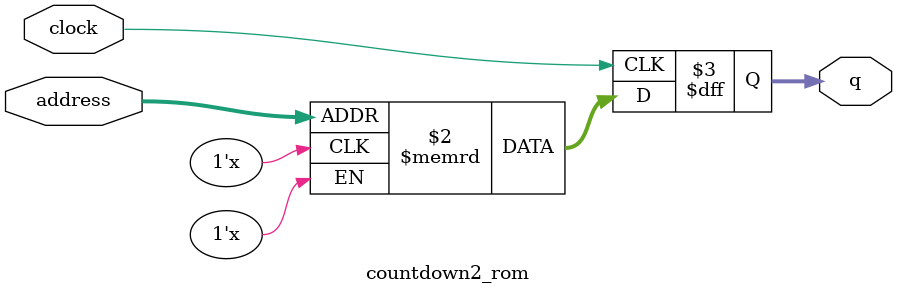
<source format=sv>
module countdown2_rom (
	input logic clock,
	input logic [11:0] address,
	output logic [1:0] q
);

logic [1:0] memory [0:4095] /* synthesis ram_init_file = "./countdown2/countdown2.mif" */;

always_ff @ (posedge clock) begin
	q <= memory[address];
end

endmodule

</source>
